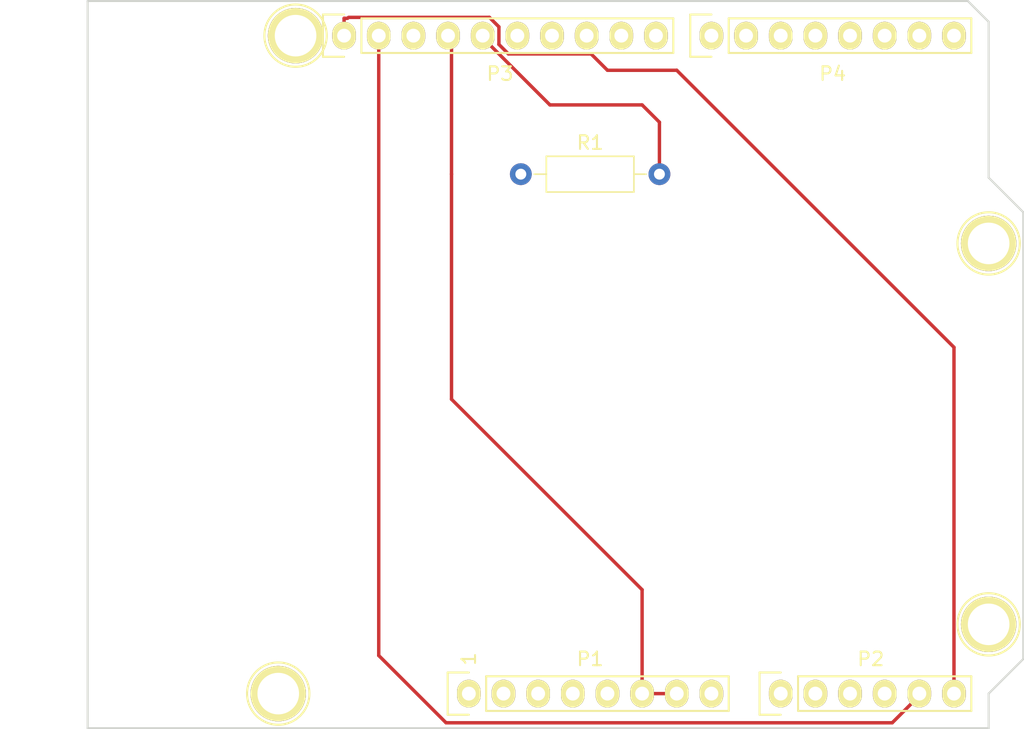
<source format=kicad_pcb>
(kicad_pcb (version 20171130) (host pcbnew "(5.1.4)-1")

  (general
    (thickness 1.6)
    (drawings 27)
    (tracks 26)
    (zones 0)
    (modules 9)
    (nets 34)
  )

  (page A4)
  (title_block
    (date "lun. 30 mars 2015")
  )

  (layers
    (0 F.Cu signal)
    (31 B.Cu signal)
    (32 B.Adhes user)
    (33 F.Adhes user)
    (34 B.Paste user)
    (35 F.Paste user)
    (36 B.SilkS user)
    (37 F.SilkS user)
    (38 B.Mask user)
    (39 F.Mask user)
    (40 Dwgs.User user)
    (41 Cmts.User user)
    (42 Eco1.User user)
    (43 Eco2.User user)
    (44 Edge.Cuts user)
    (45 Margin user)
    (46 B.CrtYd user)
    (47 F.CrtYd user)
    (48 B.Fab user)
    (49 F.Fab user)
  )

  (setup
    (last_trace_width 0.8)
    (user_trace_width 0.8)
    (trace_clearance 0.2)
    (zone_clearance 0.508)
    (zone_45_only no)
    (trace_min 0.2)
    (via_size 0.6)
    (via_drill 0.4)
    (via_min_size 0.4)
    (via_min_drill 0.3)
    (user_via 2.4 0.8)
    (uvia_size 0.3)
    (uvia_drill 0.1)
    (uvias_allowed no)
    (uvia_min_size 0.2)
    (uvia_min_drill 0.1)
    (edge_width 0.15)
    (segment_width 0.15)
    (pcb_text_width 0.3)
    (pcb_text_size 1.5 1.5)
    (mod_edge_width 0.15)
    (mod_text_size 1 1)
    (mod_text_width 0.15)
    (pad_size 4.064 4.064)
    (pad_drill 3.048)
    (pad_to_mask_clearance 0)
    (aux_axis_origin 110.998 126.365)
    (grid_origin 110.998 126.365)
    (visible_elements 7FFFFFFF)
    (pcbplotparams
      (layerselection 0x00030_80000001)
      (usegerberextensions false)
      (usegerberattributes false)
      (usegerberadvancedattributes false)
      (creategerberjobfile false)
      (excludeedgelayer true)
      (linewidth 0.100000)
      (plotframeref false)
      (viasonmask false)
      (mode 1)
      (useauxorigin false)
      (hpglpennumber 1)
      (hpglpenspeed 20)
      (hpglpendiameter 15.000000)
      (psnegative false)
      (psa4output false)
      (plotreference true)
      (plotvalue true)
      (plotinvisibletext false)
      (padsonsilk false)
      (subtractmaskfromsilk false)
      (outputformat 1)
      (mirror false)
      (drillshape 1)
      (scaleselection 1)
      (outputdirectory ""))
  )

  (net 0 "")
  (net 1 /IOREF)
  (net 2 /Reset)
  (net 3 +5V)
  (net 4 GND)
  (net 5 /Vin)
  (net 6 /A0)
  (net 7 /A1)
  (net 8 /A2)
  (net 9 /A3)
  (net 10 /AREF)
  (net 11 "/A4(SDA)")
  (net 12 "/A5(SCL)")
  (net 13 "/9(**)")
  (net 14 /8)
  (net 15 /7)
  (net 16 "/6(**)")
  (net 17 "/5(**)")
  (net 18 /4)
  (net 19 "/3(**)")
  (net 20 /2)
  (net 21 "/1(Tx)")
  (net 22 "/0(Rx)")
  (net 23 "Net-(P5-Pad1)")
  (net 24 "Net-(P6-Pad1)")
  (net 25 "Net-(P7-Pad1)")
  (net 26 "Net-(P8-Pad1)")
  (net 27 "/10(**/SS)")
  (net 28 "Net-(P1-Pad1)")
  (net 29 +3V3)
  (net 30 "/12(MISO)")
  (net 31 "/11(**/MOSI)")
  (net 32 "/13LED(SCK)")
  (net 33 "Net-(D1-Pad2)")

  (net_class Default "This is the default net class."
    (clearance 0.2)
    (trace_width 0.25)
    (via_dia 0.6)
    (via_drill 0.4)
    (uvia_dia 0.3)
    (uvia_drill 0.1)
    (add_net +3V3)
    (add_net +5V)
    (add_net "/0(Rx)")
    (add_net "/1(Tx)")
    (add_net "/10(**/SS)")
    (add_net "/11(**/MOSI)")
    (add_net "/12(MISO)")
    (add_net "/13LED(SCK)")
    (add_net /2)
    (add_net "/3(**)")
    (add_net /4)
    (add_net "/5(**)")
    (add_net "/6(**)")
    (add_net /7)
    (add_net /8)
    (add_net "/9(**)")
    (add_net /A0)
    (add_net /A1)
    (add_net /A2)
    (add_net /A3)
    (add_net "/A4(SDA)")
    (add_net "/A5(SCL)")
    (add_net /AREF)
    (add_net /IOREF)
    (add_net /Reset)
    (add_net /Vin)
    (add_net GND)
    (add_net "Net-(D1-Pad2)")
    (add_net "Net-(P1-Pad1)")
    (add_net "Net-(P5-Pad1)")
    (add_net "Net-(P6-Pad1)")
    (add_net "Net-(P7-Pad1)")
    (add_net "Net-(P8-Pad1)")
  )

  (module Resistors_THT:R_Axial_DIN0207_L6.3mm_D2.5mm_P10.16mm_Horizontal (layer F.Cu) (tedit 5874F706) (tstamp 5DD278E0)
    (at 142.748 85.725)
    (descr "Resistor, Axial_DIN0207 series, Axial, Horizontal, pin pitch=10.16mm, 0.25W = 1/4W, length*diameter=6.3*2.5mm^2, http://cdn-reichelt.de/documents/datenblatt/B400/1_4W%23YAG.pdf")
    (tags "Resistor Axial_DIN0207 series Axial Horizontal pin pitch 10.16mm 0.25W = 1/4W length 6.3mm diameter 2.5mm")
    (path /5DCB106C)
    (fp_text reference R1 (at 5.08 -2.31) (layer F.SilkS)
      (effects (font (size 1 1) (thickness 0.15)))
    )
    (fp_text value R (at 5.08 2.31) (layer F.Fab)
      (effects (font (size 1 1) (thickness 0.15)))
    )
    (fp_line (start 1.93 -1.25) (end 1.93 1.25) (layer F.Fab) (width 0.1))
    (fp_line (start 1.93 1.25) (end 8.23 1.25) (layer F.Fab) (width 0.1))
    (fp_line (start 8.23 1.25) (end 8.23 -1.25) (layer F.Fab) (width 0.1))
    (fp_line (start 8.23 -1.25) (end 1.93 -1.25) (layer F.Fab) (width 0.1))
    (fp_line (start 0 0) (end 1.93 0) (layer F.Fab) (width 0.1))
    (fp_line (start 10.16 0) (end 8.23 0) (layer F.Fab) (width 0.1))
    (fp_line (start 1.87 -1.31) (end 1.87 1.31) (layer F.SilkS) (width 0.12))
    (fp_line (start 1.87 1.31) (end 8.29 1.31) (layer F.SilkS) (width 0.12))
    (fp_line (start 8.29 1.31) (end 8.29 -1.31) (layer F.SilkS) (width 0.12))
    (fp_line (start 8.29 -1.31) (end 1.87 -1.31) (layer F.SilkS) (width 0.12))
    (fp_line (start 0.98 0) (end 1.87 0) (layer F.SilkS) (width 0.12))
    (fp_line (start 9.18 0) (end 8.29 0) (layer F.SilkS) (width 0.12))
    (fp_line (start -1.05 -1.6) (end -1.05 1.6) (layer F.CrtYd) (width 0.05))
    (fp_line (start -1.05 1.6) (end 11.25 1.6) (layer F.CrtYd) (width 0.05))
    (fp_line (start 11.25 1.6) (end 11.25 -1.6) (layer F.CrtYd) (width 0.05))
    (fp_line (start 11.25 -1.6) (end -1.05 -1.6) (layer F.CrtYd) (width 0.05))
    (pad 1 thru_hole circle (at 0 0) (size 1.6 1.6) (drill 0.8) (layers *.Cu *.Mask)
      (net 33 "Net-(D1-Pad2)"))
    (pad 2 thru_hole oval (at 10.16 0) (size 1.6 1.6) (drill 0.8) (layers *.Cu *.Mask)
      (net 32 "/13LED(SCK)"))
    (model ${KISYS3DMOD}/Resistors_THT.3dshapes/R_Axial_DIN0207_L6.3mm_D2.5mm_P10.16mm_Horizontal.wrl
      (at (xyz 0 0 0))
      (scale (xyz 0.393701 0.393701 0.393701))
      (rotate (xyz 0 0 0))
    )
  )

  (module Socket_Arduino_Uno:Socket_Strip_Arduino_1x08 locked (layer F.Cu) (tedit 551AF8B3) (tstamp 551AF9EA)
    (at 138.938 123.825)
    (descr "Through hole socket strip")
    (tags "socket strip")
    (path /56D70129)
    (fp_text reference P1 (at 8.89 -2.54) (layer F.SilkS)
      (effects (font (size 1 1) (thickness 0.15)))
    )
    (fp_text value Power (at 8.89 -4.064) (layer F.Fab)
      (effects (font (size 1 1) (thickness 0.15)))
    )
    (fp_line (start -1.55 -1.55) (end -1.55 1.55) (layer F.SilkS) (width 0.15))
    (fp_line (start 0 -1.55) (end -1.55 -1.55) (layer F.SilkS) (width 0.15))
    (fp_line (start 1.27 1.27) (end 1.27 -1.27) (layer F.SilkS) (width 0.15))
    (fp_line (start -1.55 1.55) (end 0 1.55) (layer F.SilkS) (width 0.15))
    (fp_line (start 19.05 -1.27) (end 1.27 -1.27) (layer F.SilkS) (width 0.15))
    (fp_line (start 19.05 1.27) (end 19.05 -1.27) (layer F.SilkS) (width 0.15))
    (fp_line (start 1.27 1.27) (end 19.05 1.27) (layer F.SilkS) (width 0.15))
    (fp_line (start -1.75 1.75) (end 19.55 1.75) (layer F.CrtYd) (width 0.05))
    (fp_line (start -1.75 -1.75) (end 19.55 -1.75) (layer F.CrtYd) (width 0.05))
    (fp_line (start 19.55 -1.75) (end 19.55 1.75) (layer F.CrtYd) (width 0.05))
    (fp_line (start -1.75 -1.75) (end -1.75 1.75) (layer F.CrtYd) (width 0.05))
    (pad 8 thru_hole oval (at 17.78 0) (size 1.7272 2.032) (drill 1.016) (layers *.Cu *.Mask F.SilkS)
      (net 5 /Vin))
    (pad 7 thru_hole oval (at 15.24 0) (size 1.7272 2.032) (drill 1.016) (layers *.Cu *.Mask F.SilkS)
      (net 4 GND))
    (pad 6 thru_hole oval (at 12.7 0) (size 1.7272 2.032) (drill 1.016) (layers *.Cu *.Mask F.SilkS)
      (net 4 GND))
    (pad 5 thru_hole oval (at 10.16 0) (size 1.7272 2.032) (drill 1.016) (layers *.Cu *.Mask F.SilkS)
      (net 3 +5V))
    (pad 4 thru_hole oval (at 7.62 0) (size 1.7272 2.032) (drill 1.016) (layers *.Cu *.Mask F.SilkS)
      (net 29 +3V3))
    (pad 3 thru_hole oval (at 5.08 0) (size 1.7272 2.032) (drill 1.016) (layers *.Cu *.Mask F.SilkS)
      (net 2 /Reset))
    (pad 2 thru_hole oval (at 2.54 0) (size 1.7272 2.032) (drill 1.016) (layers *.Cu *.Mask F.SilkS)
      (net 1 /IOREF))
    (pad 1 thru_hole oval (at 0 0) (size 1.7272 2.032) (drill 1.016) (layers *.Cu *.Mask F.SilkS)
      (net 28 "Net-(P1-Pad1)"))
    (model ${KIPRJMOD}/Socket_Arduino_Uno.3dshapes/Socket_header_Arduino_1x08.wrl
      (offset (xyz 8.889999866485596 0 0))
      (scale (xyz 1 1 1))
      (rotate (xyz 0 0 180))
    )
  )

  (module Socket_Arduino_Uno:Socket_Strip_Arduino_1x06 locked (layer F.Cu) (tedit 551AF7D9) (tstamp 551AF9FF)
    (at 161.798 123.825)
    (descr "Through hole socket strip")
    (tags "socket strip")
    (path /56D70DD8)
    (fp_text reference P2 (at 6.604 -2.54) (layer F.SilkS)
      (effects (font (size 1 1) (thickness 0.15)))
    )
    (fp_text value Analog (at 6.604 -4.064) (layer F.Fab)
      (effects (font (size 1 1) (thickness 0.15)))
    )
    (fp_line (start -1.55 -1.55) (end -1.55 1.55) (layer F.SilkS) (width 0.15))
    (fp_line (start 0 -1.55) (end -1.55 -1.55) (layer F.SilkS) (width 0.15))
    (fp_line (start 1.27 1.27) (end 1.27 -1.27) (layer F.SilkS) (width 0.15))
    (fp_line (start -1.55 1.55) (end 0 1.55) (layer F.SilkS) (width 0.15))
    (fp_line (start 13.97 -1.27) (end 1.27 -1.27) (layer F.SilkS) (width 0.15))
    (fp_line (start 13.97 1.27) (end 13.97 -1.27) (layer F.SilkS) (width 0.15))
    (fp_line (start 1.27 1.27) (end 13.97 1.27) (layer F.SilkS) (width 0.15))
    (fp_line (start -1.75 1.75) (end 14.45 1.75) (layer F.CrtYd) (width 0.05))
    (fp_line (start -1.75 -1.75) (end 14.45 -1.75) (layer F.CrtYd) (width 0.05))
    (fp_line (start 14.45 -1.75) (end 14.45 1.75) (layer F.CrtYd) (width 0.05))
    (fp_line (start -1.75 -1.75) (end -1.75 1.75) (layer F.CrtYd) (width 0.05))
    (pad 6 thru_hole oval (at 12.7 0) (size 1.7272 2.032) (drill 1.016) (layers *.Cu *.Mask F.SilkS)
      (net 12 "/A5(SCL)"))
    (pad 5 thru_hole oval (at 10.16 0) (size 1.7272 2.032) (drill 1.016) (layers *.Cu *.Mask F.SilkS)
      (net 11 "/A4(SDA)"))
    (pad 4 thru_hole oval (at 7.62 0) (size 1.7272 2.032) (drill 1.016) (layers *.Cu *.Mask F.SilkS)
      (net 9 /A3))
    (pad 3 thru_hole oval (at 5.08 0) (size 1.7272 2.032) (drill 1.016) (layers *.Cu *.Mask F.SilkS)
      (net 8 /A2))
    (pad 2 thru_hole oval (at 2.54 0) (size 1.7272 2.032) (drill 1.016) (layers *.Cu *.Mask F.SilkS)
      (net 7 /A1))
    (pad 1 thru_hole oval (at 0 0) (size 1.7272 2.032) (drill 1.016) (layers *.Cu *.Mask F.SilkS)
      (net 6 /A0))
    (model ${KIPRJMOD}/Socket_Arduino_Uno.3dshapes/Socket_header_Arduino_1x06.wrl
      (offset (xyz 6.349999904632568 0 0))
      (scale (xyz 1 1 1))
      (rotate (xyz 0 0 180))
    )
  )

  (module Socket_Arduino_Uno:Socket_Strip_Arduino_1x10 locked (layer F.Cu) (tedit 551AF8D9) (tstamp 551AFA18)
    (at 129.794 75.565)
    (descr "Through hole socket strip")
    (tags "socket strip")
    (path /56D721E0)
    (fp_text reference P3 (at 11.43 2.794) (layer F.SilkS)
      (effects (font (size 1 1) (thickness 0.15)))
    )
    (fp_text value Digital (at 11.43 4.318) (layer F.Fab)
      (effects (font (size 1 1) (thickness 0.15)))
    )
    (fp_line (start -1.55 -1.55) (end -1.55 1.55) (layer F.SilkS) (width 0.15))
    (fp_line (start 0 -1.55) (end -1.55 -1.55) (layer F.SilkS) (width 0.15))
    (fp_line (start 1.27 1.27) (end 1.27 -1.27) (layer F.SilkS) (width 0.15))
    (fp_line (start -1.55 1.55) (end 0 1.55) (layer F.SilkS) (width 0.15))
    (fp_line (start 24.13 -1.27) (end 1.27 -1.27) (layer F.SilkS) (width 0.15))
    (fp_line (start 24.13 1.27) (end 24.13 -1.27) (layer F.SilkS) (width 0.15))
    (fp_line (start 1.27 1.27) (end 24.13 1.27) (layer F.SilkS) (width 0.15))
    (fp_line (start -1.75 1.75) (end 24.65 1.75) (layer F.CrtYd) (width 0.05))
    (fp_line (start -1.75 -1.75) (end 24.65 -1.75) (layer F.CrtYd) (width 0.05))
    (fp_line (start 24.65 -1.75) (end 24.65 1.75) (layer F.CrtYd) (width 0.05))
    (fp_line (start -1.75 -1.75) (end -1.75 1.75) (layer F.CrtYd) (width 0.05))
    (pad 10 thru_hole oval (at 22.86 0) (size 1.7272 2.032) (drill 1.016) (layers *.Cu *.Mask F.SilkS)
      (net 14 /8))
    (pad 9 thru_hole oval (at 20.32 0) (size 1.7272 2.032) (drill 1.016) (layers *.Cu *.Mask F.SilkS)
      (net 13 "/9(**)"))
    (pad 8 thru_hole oval (at 17.78 0) (size 1.7272 2.032) (drill 1.016) (layers *.Cu *.Mask F.SilkS)
      (net 27 "/10(**/SS)"))
    (pad 7 thru_hole oval (at 15.24 0) (size 1.7272 2.032) (drill 1.016) (layers *.Cu *.Mask F.SilkS)
      (net 31 "/11(**/MOSI)"))
    (pad 6 thru_hole oval (at 12.7 0) (size 1.7272 2.032) (drill 1.016) (layers *.Cu *.Mask F.SilkS)
      (net 30 "/12(MISO)"))
    (pad 5 thru_hole oval (at 10.16 0) (size 1.7272 2.032) (drill 1.016) (layers *.Cu *.Mask F.SilkS)
      (net 32 "/13LED(SCK)"))
    (pad 4 thru_hole oval (at 7.62 0) (size 1.7272 2.032) (drill 1.016) (layers *.Cu *.Mask F.SilkS)
      (net 4 GND))
    (pad 3 thru_hole oval (at 5.08 0) (size 1.7272 2.032) (drill 1.016) (layers *.Cu *.Mask F.SilkS)
      (net 10 /AREF))
    (pad 2 thru_hole oval (at 2.54 0) (size 1.7272 2.032) (drill 1.016) (layers *.Cu *.Mask F.SilkS)
      (net 11 "/A4(SDA)"))
    (pad 1 thru_hole oval (at 0 0) (size 1.7272 2.032) (drill 1.016) (layers *.Cu *.Mask F.SilkS)
      (net 12 "/A5(SCL)"))
    (model ${KIPRJMOD}/Socket_Arduino_Uno.3dshapes/Socket_header_Arduino_1x10.wrl
      (offset (xyz 11.42999982833862 0 0))
      (scale (xyz 1 1 1))
      (rotate (xyz 0 0 180))
    )
  )

  (module Socket_Arduino_Uno:Socket_Strip_Arduino_1x08 locked (layer F.Cu) (tedit 551AF8B3) (tstamp 551AFA2F)
    (at 156.718 75.565)
    (descr "Through hole socket strip")
    (tags "socket strip")
    (path /56D7164F)
    (fp_text reference P4 (at 8.89 2.794) (layer F.SilkS)
      (effects (font (size 1 1) (thickness 0.15)))
    )
    (fp_text value Digital (at 8.89 4.318) (layer F.Fab)
      (effects (font (size 1 1) (thickness 0.15)))
    )
    (fp_line (start -1.55 -1.55) (end -1.55 1.55) (layer F.SilkS) (width 0.15))
    (fp_line (start 0 -1.55) (end -1.55 -1.55) (layer F.SilkS) (width 0.15))
    (fp_line (start 1.27 1.27) (end 1.27 -1.27) (layer F.SilkS) (width 0.15))
    (fp_line (start -1.55 1.55) (end 0 1.55) (layer F.SilkS) (width 0.15))
    (fp_line (start 19.05 -1.27) (end 1.27 -1.27) (layer F.SilkS) (width 0.15))
    (fp_line (start 19.05 1.27) (end 19.05 -1.27) (layer F.SilkS) (width 0.15))
    (fp_line (start 1.27 1.27) (end 19.05 1.27) (layer F.SilkS) (width 0.15))
    (fp_line (start -1.75 1.75) (end 19.55 1.75) (layer F.CrtYd) (width 0.05))
    (fp_line (start -1.75 -1.75) (end 19.55 -1.75) (layer F.CrtYd) (width 0.05))
    (fp_line (start 19.55 -1.75) (end 19.55 1.75) (layer F.CrtYd) (width 0.05))
    (fp_line (start -1.75 -1.75) (end -1.75 1.75) (layer F.CrtYd) (width 0.05))
    (pad 8 thru_hole oval (at 17.78 0) (size 1.7272 2.032) (drill 1.016) (layers *.Cu *.Mask F.SilkS)
      (net 22 "/0(Rx)"))
    (pad 7 thru_hole oval (at 15.24 0) (size 1.7272 2.032) (drill 1.016) (layers *.Cu *.Mask F.SilkS)
      (net 21 "/1(Tx)"))
    (pad 6 thru_hole oval (at 12.7 0) (size 1.7272 2.032) (drill 1.016) (layers *.Cu *.Mask F.SilkS)
      (net 20 /2))
    (pad 5 thru_hole oval (at 10.16 0) (size 1.7272 2.032) (drill 1.016) (layers *.Cu *.Mask F.SilkS)
      (net 19 "/3(**)"))
    (pad 4 thru_hole oval (at 7.62 0) (size 1.7272 2.032) (drill 1.016) (layers *.Cu *.Mask F.SilkS)
      (net 18 /4))
    (pad 3 thru_hole oval (at 5.08 0) (size 1.7272 2.032) (drill 1.016) (layers *.Cu *.Mask F.SilkS)
      (net 17 "/5(**)"))
    (pad 2 thru_hole oval (at 2.54 0) (size 1.7272 2.032) (drill 1.016) (layers *.Cu *.Mask F.SilkS)
      (net 16 "/6(**)"))
    (pad 1 thru_hole oval (at 0 0) (size 1.7272 2.032) (drill 1.016) (layers *.Cu *.Mask F.SilkS)
      (net 15 /7))
    (model ${KIPRJMOD}/Socket_Arduino_Uno.3dshapes/Socket_header_Arduino_1x08.wrl
      (offset (xyz 8.889999866485596 0 0))
      (scale (xyz 1 1 1))
      (rotate (xyz 0 0 180))
    )
  )

  (module Socket_Arduino_Uno:Arduino_1pin locked (layer F.Cu) (tedit 0) (tstamp 5524FC3F)
    (at 124.968 123.825)
    (descr "module 1 pin (ou trou mecanique de percage)")
    (tags DEV)
    (path /56D71177)
    (fp_text reference P5 (at 0 -3.048) (layer F.SilkS) hide
      (effects (font (size 1 1) (thickness 0.15)))
    )
    (fp_text value CONN_01X01 (at 0 2.794) (layer F.Fab) hide
      (effects (font (size 1 1) (thickness 0.15)))
    )
    (fp_circle (center 0 0) (end 0 -2.286) (layer F.SilkS) (width 0.15))
    (pad 1 thru_hole circle (at 0 0) (size 4.064 4.064) (drill 3.048) (layers *.Cu *.Mask F.SilkS)
      (net 23 "Net-(P5-Pad1)"))
  )

  (module Socket_Arduino_Uno:Arduino_1pin locked (layer F.Cu) (tedit 0) (tstamp 5524FC44)
    (at 177.038 118.745)
    (descr "module 1 pin (ou trou mecanique de percage)")
    (tags DEV)
    (path /56D71274)
    (fp_text reference P6 (at 0 -3.048) (layer F.SilkS) hide
      (effects (font (size 1 1) (thickness 0.15)))
    )
    (fp_text value CONN_01X01 (at 0 2.794) (layer F.Fab) hide
      (effects (font (size 1 1) (thickness 0.15)))
    )
    (fp_circle (center 0 0) (end 0 -2.286) (layer F.SilkS) (width 0.15))
    (pad 1 thru_hole circle (at 0 0) (size 4.064 4.064) (drill 3.048) (layers *.Cu *.Mask F.SilkS)
      (net 24 "Net-(P6-Pad1)"))
  )

  (module Socket_Arduino_Uno:Arduino_1pin locked (layer F.Cu) (tedit 0) (tstamp 5524FC49)
    (at 126.238 75.565)
    (descr "module 1 pin (ou trou mecanique de percage)")
    (tags DEV)
    (path /56D712A8)
    (fp_text reference P7 (at 0 -3.048) (layer F.SilkS) hide
      (effects (font (size 1 1) (thickness 0.15)))
    )
    (fp_text value CONN_01X01 (at 0 2.794) (layer F.Fab) hide
      (effects (font (size 1 1) (thickness 0.15)))
    )
    (fp_circle (center 0 0) (end 0 -2.286) (layer F.SilkS) (width 0.15))
    (pad 1 thru_hole circle (at 0 0) (size 4.064 4.064) (drill 3.048) (layers *.Cu *.Mask F.SilkS)
      (net 25 "Net-(P7-Pad1)"))
  )

  (module Socket_Arduino_Uno:Arduino_1pin locked (layer F.Cu) (tedit 0) (tstamp 5524FC4E)
    (at 177.038 90.805)
    (descr "module 1 pin (ou trou mecanique de percage)")
    (tags DEV)
    (path /56D712DB)
    (fp_text reference P8 (at 0 -3.048) (layer F.SilkS) hide
      (effects (font (size 1 1) (thickness 0.15)))
    )
    (fp_text value CONN_01X01 (at 0 2.794) (layer F.Fab) hide
      (effects (font (size 1 1) (thickness 0.15)))
    )
    (fp_circle (center 0 0) (end 0 -2.286) (layer F.SilkS) (width 0.15))
    (pad 1 thru_hole circle (at 0 0) (size 4.064 4.064) (drill 3.048) (layers *.Cu *.Mask F.SilkS)
      (net 26 "Net-(P8-Pad1)"))
  )

  (gr_text 1 (at 138.938 121.285 90) (layer F.SilkS)
    (effects (font (size 1 1) (thickness 0.15)))
  )
  (gr_circle (center 117.348 76.962) (end 118.618 76.962) (layer Dwgs.User) (width 0.15))
  (gr_line (start 114.427 78.994) (end 114.427 74.93) (angle 90) (layer Dwgs.User) (width 0.15))
  (gr_line (start 120.269 78.994) (end 114.427 78.994) (angle 90) (layer Dwgs.User) (width 0.15))
  (gr_line (start 120.269 74.93) (end 120.269 78.994) (angle 90) (layer Dwgs.User) (width 0.15))
  (gr_line (start 114.427 74.93) (end 120.269 74.93) (angle 90) (layer Dwgs.User) (width 0.15))
  (gr_line (start 120.523 93.98) (end 104.648 93.98) (angle 90) (layer Dwgs.User) (width 0.15))
  (gr_line (start 177.038 74.549) (end 175.514 73.025) (angle 90) (layer Edge.Cuts) (width 0.15))
  (gr_line (start 177.038 85.979) (end 177.038 74.549) (angle 90) (layer Edge.Cuts) (width 0.15))
  (gr_line (start 179.578 88.519) (end 177.038 85.979) (angle 90) (layer Edge.Cuts) (width 0.15))
  (gr_line (start 179.578 121.285) (end 179.578 88.519) (angle 90) (layer Edge.Cuts) (width 0.15))
  (gr_line (start 177.038 123.825) (end 179.578 121.285) (angle 90) (layer Edge.Cuts) (width 0.15))
  (gr_line (start 177.038 126.365) (end 177.038 123.825) (angle 90) (layer Edge.Cuts) (width 0.15))
  (gr_line (start 110.998 126.365) (end 177.038 126.365) (angle 90) (layer Edge.Cuts) (width 0.15))
  (gr_line (start 110.998 73.025) (end 110.998 126.365) (angle 90) (layer Edge.Cuts) (width 0.15))
  (gr_line (start 175.514 73.025) (end 110.998 73.025) (angle 90) (layer Edge.Cuts) (width 0.15))
  (gr_line (start 173.355 102.235) (end 173.355 94.615) (angle 90) (layer Dwgs.User) (width 0.15))
  (gr_line (start 178.435 102.235) (end 173.355 102.235) (angle 90) (layer Dwgs.User) (width 0.15))
  (gr_line (start 178.435 94.615) (end 178.435 102.235) (angle 90) (layer Dwgs.User) (width 0.15))
  (gr_line (start 173.355 94.615) (end 178.435 94.615) (angle 90) (layer Dwgs.User) (width 0.15))
  (gr_line (start 109.093 123.19) (end 109.093 114.3) (angle 90) (layer Dwgs.User) (width 0.15))
  (gr_line (start 122.428 123.19) (end 109.093 123.19) (angle 90) (layer Dwgs.User) (width 0.15))
  (gr_line (start 122.428 114.3) (end 122.428 123.19) (angle 90) (layer Dwgs.User) (width 0.15))
  (gr_line (start 109.093 114.3) (end 122.428 114.3) (angle 90) (layer Dwgs.User) (width 0.15))
  (gr_line (start 104.648 93.98) (end 104.648 82.55) (angle 90) (layer Dwgs.User) (width 0.15))
  (gr_line (start 120.523 82.55) (end 120.523 93.98) (angle 90) (layer Dwgs.User) (width 0.15))
  (gr_line (start 104.648 82.55) (end 120.523 82.55) (angle 90) (layer Dwgs.User) (width 0.15))

  (segment (start 137.668 85.725) (end 137.668 75.819) (width 0.25) (layer F.Cu) (net 4))
  (segment (start 154.178 123.825) (end 151.638 123.825) (width 0.25) (layer F.Cu) (net 4))
  (segment (start 151.638 123.825) (end 151.638 116.205) (width 0.25) (layer F.Cu) (net 4))
  (segment (start 137.668 102.235) (end 137.668 85.725) (width 0.25) (layer F.Cu) (net 4))
  (segment (start 151.638 116.205) (end 137.668 102.235) (width 0.25) (layer F.Cu) (net 4))
  (segment (start 132.334 121.031) (end 132.334 75.565) (width 0.25) (layer F.Cu) (net 11))
  (segment (start 137.26799 125.96499) (end 132.334 121.031) (width 0.25) (layer F.Cu) (net 11))
  (segment (start 169.97041 125.96499) (end 137.26799 125.96499) (width 0.25) (layer F.Cu) (net 11))
  (segment (start 171.958 123.825) (end 171.958 123.9774) (width 0.25) (layer F.Cu) (net 11))
  (segment (start 171.958 123.9774) (end 169.97041 125.96499) (width 0.25) (layer F.Cu) (net 11))
  (segment (start 174.498 123.825) (end 174.498 98.425) (width 0.25) (layer F.Cu) (net 12))
  (segment (start 174.498 98.425) (end 154.178 78.105) (width 0.25) (layer F.Cu) (net 12))
  (segment (start 140.446338 74.22399) (end 130.11901 74.22399) (width 0.25) (layer F.Cu) (net 12))
  (segment (start 149.098 78.105) (end 147.89901 76.90601) (width 0.25) (layer F.Cu) (net 12))
  (segment (start 154.178 78.105) (end 149.098 78.105) (width 0.25) (layer F.Cu) (net 12))
  (segment (start 147.89901 76.90601) (end 141.838882 76.90601) (width 0.25) (layer F.Cu) (net 12))
  (segment (start 141.14261 76.209738) (end 141.14261 74.920262) (width 0.25) (layer F.Cu) (net 12))
  (segment (start 141.838882 76.90601) (end 141.14261 76.209738) (width 0.25) (layer F.Cu) (net 12))
  (segment (start 141.14261 74.920262) (end 140.446338 74.22399) (width 0.25) (layer F.Cu) (net 12))
  (segment (start 129.794 74.299) (end 129.798 74.295) (width 0.25) (layer F.Cu) (net 12))
  (segment (start 129.794 75.565) (end 129.794 74.299) (width 0.25) (layer F.Cu) (net 12))
  (segment (start 129.798 74.295) (end 130.048 74.295) (width 0.25) (layer F.Cu) (net 12))
  (segment (start 152.908 81.915) (end 152.908 85.725) (width 0.25) (layer F.Cu) (net 32))
  (segment (start 151.638 80.645) (end 152.908 81.915) (width 0.25) (layer F.Cu) (net 32))
  (segment (start 144.8816 80.645) (end 151.638 80.645) (width 0.25) (layer F.Cu) (net 32))
  (segment (start 139.954 75.7174) (end 144.8816 80.645) (width 0.25) (layer F.Cu) (net 32))

)

</source>
